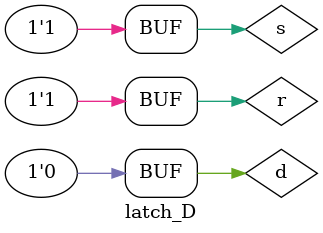
<source format=v>

 
// -------------------------------------------------------------------------------------------------------------------------------------------------------------------

module exercicio_01 (q_bar, q, s, r);// latch SR com portas NOR

output q, q_bar;
input s, r;

nor NOR1(q_bar, s, q);
nor NOR2(q, r, q_bar);

endmodule //exercicio_01


module exercicio_05 (q_bar, q, d);// latch D a partir de SR, sem PRESET e CLEAR
	
output q, q_bar;
input d;

wire dL;

not NOT1(dL, d);

exercicio_01 SR(q_bar, q, d, dL); 	// metodo com latch do tipo SR

endmodule //exercicio_05


module latch_D; 

reg s, r, d, pr, cl;
wire q1, q_bar1, q2, q_bar2;
	
	
exercicio_01 L1 (q_bar1, q1, s, r);
exercicio_05 L2 (q_bar2, q2, d);

initial begin:start
s=1; r=0; d=0;
end

initial begin: main
	   $display("Guia 10_05 - Nádia de SOuza Maciel Vieira Ferreira");
      $display("Latch D a partir de um latch SR sem PRESET e CLEAR");
		$display("D   Q    Q'");
		$monitor("%b   %b    %b",  d, q2,q_bar2);
		
		#1 s=0; r=1; d=1; 
		#1 s=0; r=0; d=0; 
		#1 s=0; r=0; d=1; 
		#1 s=1; r=1; d=0; 

end

endmodule

/*Resultado obtido

    D   Q    Q'
    0   0    1
    1   1    0
    0   0    1
    1   1    0
    0   0    1
    
     ----jGRASP: operation complete.

*/
</source>
